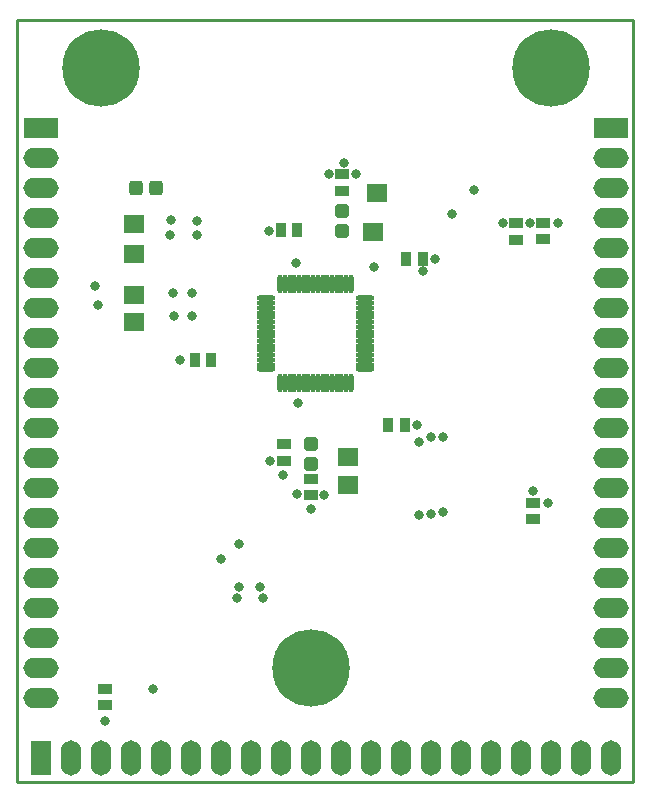
<source format=gts>
G04*
G04 #@! TF.GenerationSoftware,Altium Limited,Altium Designer,19.0.10 (269)*
G04*
G04 Layer_Color=8388736*
%FSLAX25Y25*%
%MOIN*%
G70*
G01*
G75*
%ADD15C,0.01000*%
%ADD27R,0.07087X0.06299*%
%ADD28O,0.01784X0.06312*%
%ADD29O,0.06312X0.01784*%
%ADD30R,0.04540X0.03753*%
%ADD31R,0.03753X0.04540*%
G04:AMPARAMS|DCode=32|XSize=47.37mil|YSize=43.43mil|CornerRadius=8.43mil|HoleSize=0mil|Usage=FLASHONLY|Rotation=0.000|XOffset=0mil|YOffset=0mil|HoleType=Round|Shape=RoundedRectangle|*
%AMROUNDEDRECTD32*
21,1,0.04737,0.02657,0,0,0.0*
21,1,0.03051,0.04343,0,0,0.0*
1,1,0.01686,0.01526,-0.01329*
1,1,0.01686,-0.01526,-0.01329*
1,1,0.01686,-0.01526,0.01329*
1,1,0.01686,0.01526,0.01329*
%
%ADD32ROUNDEDRECTD32*%
G04:AMPARAMS|DCode=33|XSize=47.37mil|YSize=43.43mil|CornerRadius=8.43mil|HoleSize=0mil|Usage=FLASHONLY|Rotation=270.000|XOffset=0mil|YOffset=0mil|HoleType=Round|Shape=RoundedRectangle|*
%AMROUNDEDRECTD33*
21,1,0.04737,0.02657,0,0,270.0*
21,1,0.03051,0.04343,0,0,270.0*
1,1,0.01686,-0.01329,-0.01526*
1,1,0.01686,-0.01329,0.01526*
1,1,0.01686,0.01329,0.01526*
1,1,0.01686,0.01329,-0.01526*
%
%ADD33ROUNDEDRECTD33*%
%ADD34R,0.03300X0.05800*%
%ADD35C,0.25800*%
%ADD36R,0.11800X0.06800*%
%ADD37O,0.11800X0.06800*%
%ADD38R,0.06800X0.11800*%
%ADD39O,0.06800X0.11800*%
%ADD40C,0.03200*%
D15*
X0Y0D02*
Y254000D01*
X205500D01*
Y0D02*
Y254000D01*
X0Y0D02*
X205500D01*
D27*
X38878Y153500D02*
D03*
Y162500D02*
D03*
X39016Y176000D02*
D03*
X39016Y186000D02*
D03*
X119878Y196500D02*
D03*
X118622Y183500D02*
D03*
X110378Y108500D02*
D03*
X110327Y99000D02*
D03*
D28*
X87689Y166035D02*
D03*
X89264D02*
D03*
X90839D02*
D03*
X92413D02*
D03*
X93988D02*
D03*
X95563D02*
D03*
X97138D02*
D03*
X98713D02*
D03*
X100287D02*
D03*
X101862D02*
D03*
X103437D02*
D03*
X105012D02*
D03*
X106587D02*
D03*
X108161D02*
D03*
X109736D02*
D03*
X111311D02*
D03*
Y132965D02*
D03*
X109736D02*
D03*
X108161D02*
D03*
X106587D02*
D03*
X105012D02*
D03*
X103437D02*
D03*
X101862D02*
D03*
X100287D02*
D03*
X98713D02*
D03*
X97138D02*
D03*
X95563D02*
D03*
X93988D02*
D03*
X92413D02*
D03*
X90839D02*
D03*
X89264D02*
D03*
X87689D02*
D03*
D29*
X116035Y161311D02*
D03*
Y159736D02*
D03*
Y158161D02*
D03*
Y156587D02*
D03*
Y155012D02*
D03*
Y153437D02*
D03*
Y151862D02*
D03*
Y150287D02*
D03*
Y148713D02*
D03*
Y147138D02*
D03*
Y145563D02*
D03*
Y143988D02*
D03*
Y142413D02*
D03*
Y140839D02*
D03*
Y139264D02*
D03*
Y137689D02*
D03*
X82965D02*
D03*
Y139264D02*
D03*
Y140839D02*
D03*
Y142413D02*
D03*
Y143988D02*
D03*
Y145563D02*
D03*
Y147138D02*
D03*
Y148713D02*
D03*
Y150287D02*
D03*
Y151862D02*
D03*
Y153437D02*
D03*
Y155012D02*
D03*
Y156587D02*
D03*
Y158161D02*
D03*
Y159736D02*
D03*
Y161311D02*
D03*
D30*
X29500Y25744D02*
D03*
Y31256D02*
D03*
X172000Y93256D02*
D03*
Y87744D02*
D03*
X98000Y95744D02*
D03*
Y101256D02*
D03*
X89000Y107244D02*
D03*
Y112756D02*
D03*
X166500Y186409D02*
D03*
Y180898D02*
D03*
X175500Y186500D02*
D03*
Y180988D02*
D03*
X108500Y202724D02*
D03*
Y197213D02*
D03*
D31*
X129256Y119000D02*
D03*
X123744D02*
D03*
X59244Y140642D02*
D03*
X64756D02*
D03*
X87886Y184000D02*
D03*
X93398D02*
D03*
X135256Y174500D02*
D03*
X129744D02*
D03*
D32*
X98000Y106154D02*
D03*
Y112847D02*
D03*
X108500Y190347D02*
D03*
Y183653D02*
D03*
D33*
X39654Y198000D02*
D03*
X46346D02*
D03*
D34*
X40500Y153500D02*
D03*
X37257D02*
D03*
X40500Y162500D02*
D03*
X37257D02*
D03*
X37394Y176000D02*
D03*
X40638D02*
D03*
X37394Y186000D02*
D03*
X40638D02*
D03*
X121500Y196500D02*
D03*
X118257D02*
D03*
X120243Y183500D02*
D03*
X117000D02*
D03*
X112000Y108500D02*
D03*
X108757D02*
D03*
X111948Y99000D02*
D03*
X108705D02*
D03*
D35*
X98000Y38000D02*
D03*
X28000Y238000D02*
D03*
X178000D02*
D03*
D36*
X8000Y218000D02*
D03*
X198000D02*
D03*
D37*
X8000Y208000D02*
D03*
Y198000D02*
D03*
Y188000D02*
D03*
Y178000D02*
D03*
Y168000D02*
D03*
Y158000D02*
D03*
Y148000D02*
D03*
Y138000D02*
D03*
Y128000D02*
D03*
Y118000D02*
D03*
Y108000D02*
D03*
Y98000D02*
D03*
Y88000D02*
D03*
Y78000D02*
D03*
Y68000D02*
D03*
Y58000D02*
D03*
Y48000D02*
D03*
Y38000D02*
D03*
Y28000D02*
D03*
X198000Y208000D02*
D03*
Y198000D02*
D03*
Y188000D02*
D03*
Y178000D02*
D03*
Y168000D02*
D03*
Y158000D02*
D03*
Y148000D02*
D03*
Y138000D02*
D03*
Y128000D02*
D03*
Y118000D02*
D03*
Y108000D02*
D03*
Y98000D02*
D03*
Y88000D02*
D03*
Y78000D02*
D03*
Y68000D02*
D03*
Y58000D02*
D03*
Y48000D02*
D03*
Y38000D02*
D03*
Y28000D02*
D03*
D38*
X8000Y8000D02*
D03*
D39*
X18000D02*
D03*
X28000D02*
D03*
X38000D02*
D03*
X48000D02*
D03*
X58000D02*
D03*
X68000D02*
D03*
X78000D02*
D03*
X88000D02*
D03*
X98000D02*
D03*
X108000D02*
D03*
X118000D02*
D03*
X128000D02*
D03*
X138000D02*
D03*
X148000D02*
D03*
X158000D02*
D03*
X168000D02*
D03*
X178000D02*
D03*
X188000D02*
D03*
X198000D02*
D03*
D40*
X93654Y126500D02*
D03*
X93000Y173000D02*
D03*
X119000Y171941D02*
D03*
X177000Y93256D02*
D03*
X172000Y97000D02*
D03*
X68000Y74500D02*
D03*
X74000Y79500D02*
D03*
X45500Y31000D02*
D03*
X29500Y20500D02*
D03*
X82000Y61500D02*
D03*
X73500D02*
D03*
X74000Y65000D02*
D03*
X81000D02*
D03*
X134000Y113500D02*
D03*
Y89000D02*
D03*
X58500Y155500D02*
D03*
X52000Y163000D02*
D03*
X58500D02*
D03*
X52500Y155500D02*
D03*
X27000Y159000D02*
D03*
X26000Y165500D02*
D03*
X51000Y182500D02*
D03*
X51500Y187500D02*
D03*
X60000Y187000D02*
D03*
Y182500D02*
D03*
X138000Y89500D02*
D03*
X142000Y90000D02*
D03*
X138000Y115000D02*
D03*
X142000D02*
D03*
X135256Y170500D02*
D03*
X139500Y174500D02*
D03*
X102500Y95744D02*
D03*
X84500Y107244D02*
D03*
X93398Y96000D02*
D03*
X113000Y202724D02*
D03*
X104000D02*
D03*
X109000Y206500D02*
D03*
X84000Y183653D02*
D03*
X54500Y140642D02*
D03*
X98000Y91000D02*
D03*
X88673Y102500D02*
D03*
X133500Y119000D02*
D03*
X162000Y186409D02*
D03*
X171000Y186500D02*
D03*
X180500D02*
D03*
X145000Y189362D02*
D03*
X152500Y197500D02*
D03*
M02*

</source>
